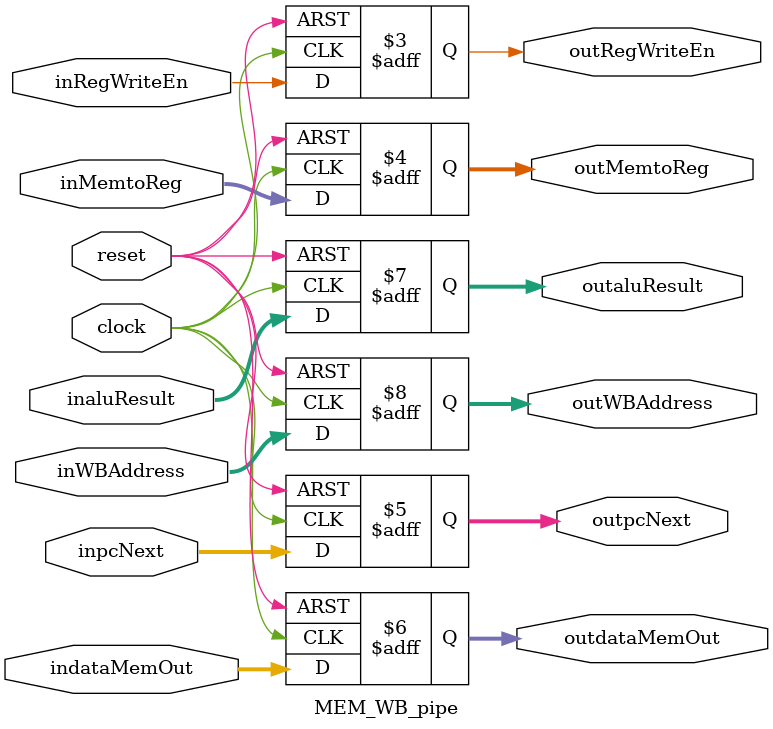
<source format=v>



   module MEM_WB_pipe(inRegWriteEn,inMemtoReg, inpcNext,indataMemOut,inaluResult,inWBAddress,
					outRegWriteEn,outMemtoReg, outpcNext,outdataMemOut,outaluResult,outWBAddress,
						 clock , reset);
							 
	// clock and reset
   input clock , reset ;						 
   
   //input
	input wire inRegWriteEn;
	input wire [1:0] inMemtoReg;
	
	input wire [31:0] inpcNext;
	input wire [31:0] indataMemOut;
	input wire [31:0] inaluResult;
	input wire [4 :0] inWBAddress;
  

   
   //output
	output reg outRegWriteEn;
	output reg [1:0] outMemtoReg;
	output reg [31:0] outpcNext;
	output reg [31:0] outdataMemOut;
	output reg [31:0] outaluResult;
	output reg [4 :0] outWBAddress;
   


   always @(posedge clock or negedge reset ) begin
       if (!reset)
           begin
			outRegWriteEn<=0;
			outMemtoReg  <=0;
			outpcNext	 <=0;
			outdataMemOut<=0;
			outaluResult <=0;
			outWBAddress <=0;
        end 
	    else  begin
			outRegWriteEn<=inRegWriteEn;
			outMemtoReg  <=inMemtoReg;
			outpcNext	 <=inpcNext;
			outdataMemOut<=indataMemOut;
			outaluResult <=inaluResult;
			outWBAddress <=inWBAddress;
		    
        end       
            
    end
		

endmodule
</source>
